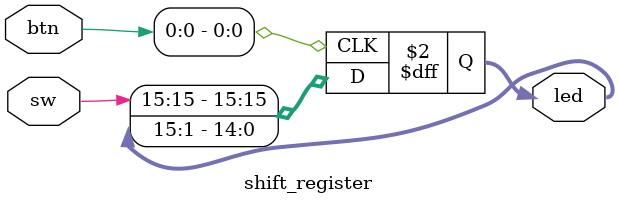
<source format=v>
`timescale 1ns / 1ps

module shift_register(
    input[15:0] sw,
    input[3:0] btn,
    output reg [15:0] led
);

    always @(posedge btn[0]) begin
        led[14:0] = led[15:1];
        led[15] = sw[15];
    end

endmodule

</source>
